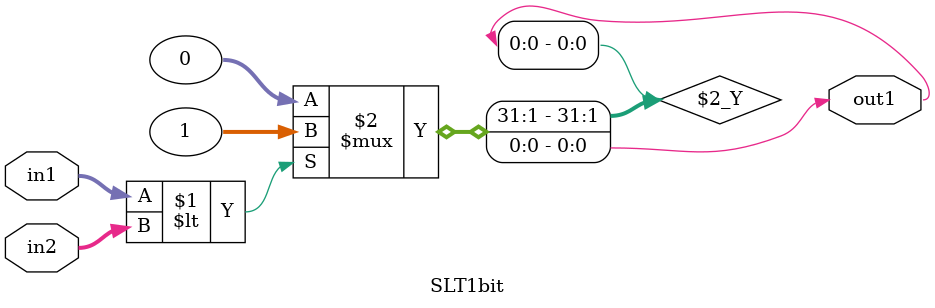
<source format=v>
`timescale 1ns / 1ps


module SLT1bit(out1,in1,in2);

input [31:0] in1;
input [31:0] in2;

output out1;

assign out1 = (in1<in2) ? 1:0;


endmodule

</source>
